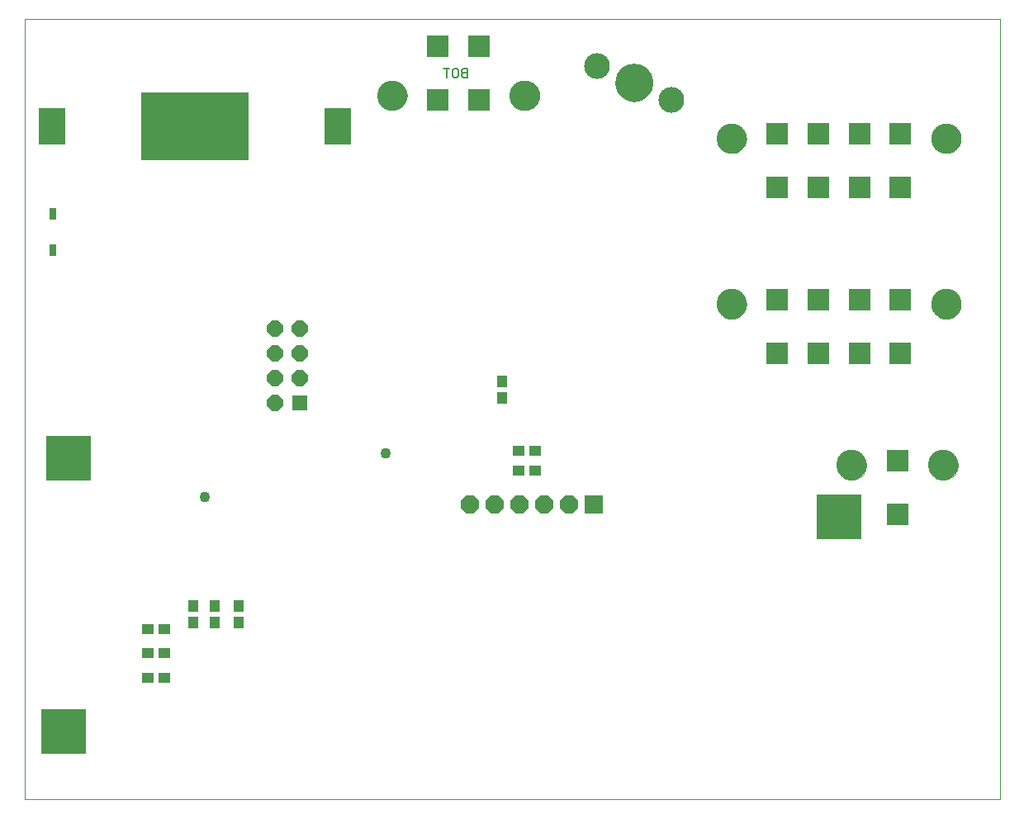
<source format=gbs>
G75*
G70*
%OFA0B0*%
%FSLAX24Y24*%
%IPPOS*%
%LPD*%
%AMOC8*
5,1,8,0,0,1.08239X$1,22.5*
%
%ADD10C,0.0000*%
%ADD11C,0.0050*%
%ADD12R,0.1064X0.1457*%
%ADD13R,0.4331X0.2756*%
%ADD14R,0.0316X0.0512*%
%ADD15R,0.0867X0.0867*%
%ADD16C,0.1221*%
%ADD17C,0.1040*%
%ADD18C,0.1528*%
%ADD19R,0.0434X0.0473*%
%ADD20OC8,0.0740*%
%ADD21R,0.0740X0.0740*%
%ADD22R,0.0473X0.0434*%
%ADD23R,0.0640X0.0640*%
%ADD24OC8,0.0640*%
%ADD25C,0.0434*%
%ADD26R,0.1818X0.1818*%
D10*
X002964Y004456D02*
X002964Y035952D01*
X042334Y035952D01*
X042334Y004456D01*
X002964Y004456D01*
X030916Y024452D02*
X030918Y024500D01*
X030924Y024548D01*
X030934Y024595D01*
X030947Y024641D01*
X030965Y024686D01*
X030985Y024730D01*
X031010Y024772D01*
X031038Y024811D01*
X031068Y024848D01*
X031102Y024882D01*
X031139Y024914D01*
X031177Y024943D01*
X031218Y024968D01*
X031261Y024990D01*
X031306Y025008D01*
X031352Y025022D01*
X031399Y025033D01*
X031447Y025040D01*
X031495Y025043D01*
X031543Y025042D01*
X031591Y025037D01*
X031639Y025028D01*
X031685Y025016D01*
X031730Y024999D01*
X031774Y024979D01*
X031816Y024956D01*
X031856Y024929D01*
X031894Y024899D01*
X031929Y024866D01*
X031961Y024830D01*
X031991Y024792D01*
X032017Y024751D01*
X032039Y024708D01*
X032059Y024664D01*
X032074Y024619D01*
X032086Y024572D01*
X032094Y024524D01*
X032098Y024476D01*
X032098Y024428D01*
X032094Y024380D01*
X032086Y024332D01*
X032074Y024285D01*
X032059Y024240D01*
X032039Y024196D01*
X032017Y024153D01*
X031991Y024112D01*
X031961Y024074D01*
X031929Y024038D01*
X031894Y024005D01*
X031856Y023975D01*
X031816Y023948D01*
X031774Y023925D01*
X031730Y023905D01*
X031685Y023888D01*
X031639Y023876D01*
X031591Y023867D01*
X031543Y023862D01*
X031495Y023861D01*
X031447Y023864D01*
X031399Y023871D01*
X031352Y023882D01*
X031306Y023896D01*
X031261Y023914D01*
X031218Y023936D01*
X031177Y023961D01*
X031139Y023990D01*
X031102Y024022D01*
X031068Y024056D01*
X031038Y024093D01*
X031010Y024132D01*
X030985Y024174D01*
X030965Y024218D01*
X030947Y024263D01*
X030934Y024309D01*
X030924Y024356D01*
X030918Y024404D01*
X030916Y024452D01*
X030916Y031145D02*
X030918Y031193D01*
X030924Y031241D01*
X030934Y031288D01*
X030947Y031334D01*
X030965Y031379D01*
X030985Y031423D01*
X031010Y031465D01*
X031038Y031504D01*
X031068Y031541D01*
X031102Y031575D01*
X031139Y031607D01*
X031177Y031636D01*
X031218Y031661D01*
X031261Y031683D01*
X031306Y031701D01*
X031352Y031715D01*
X031399Y031726D01*
X031447Y031733D01*
X031495Y031736D01*
X031543Y031735D01*
X031591Y031730D01*
X031639Y031721D01*
X031685Y031709D01*
X031730Y031692D01*
X031774Y031672D01*
X031816Y031649D01*
X031856Y031622D01*
X031894Y031592D01*
X031929Y031559D01*
X031961Y031523D01*
X031991Y031485D01*
X032017Y031444D01*
X032039Y031401D01*
X032059Y031357D01*
X032074Y031312D01*
X032086Y031265D01*
X032094Y031217D01*
X032098Y031169D01*
X032098Y031121D01*
X032094Y031073D01*
X032086Y031025D01*
X032074Y030978D01*
X032059Y030933D01*
X032039Y030889D01*
X032017Y030846D01*
X031991Y030805D01*
X031961Y030767D01*
X031929Y030731D01*
X031894Y030698D01*
X031856Y030668D01*
X031816Y030641D01*
X031774Y030618D01*
X031730Y030598D01*
X031685Y030581D01*
X031639Y030569D01*
X031591Y030560D01*
X031543Y030555D01*
X031495Y030554D01*
X031447Y030557D01*
X031399Y030564D01*
X031352Y030575D01*
X031306Y030589D01*
X031261Y030607D01*
X031218Y030629D01*
X031177Y030654D01*
X031139Y030683D01*
X031102Y030715D01*
X031068Y030749D01*
X031038Y030786D01*
X031010Y030825D01*
X030985Y030867D01*
X030965Y030911D01*
X030947Y030956D01*
X030934Y031002D01*
X030924Y031049D01*
X030918Y031097D01*
X030916Y031145D01*
X026826Y033393D02*
X026828Y033447D01*
X026834Y033501D01*
X026844Y033555D01*
X026858Y033607D01*
X026875Y033659D01*
X026896Y033709D01*
X026921Y033757D01*
X026950Y033804D01*
X026981Y033848D01*
X027016Y033889D01*
X027054Y033929D01*
X027094Y033965D01*
X027137Y033998D01*
X027182Y034028D01*
X027230Y034055D01*
X027279Y034078D01*
X027330Y034097D01*
X027382Y034113D01*
X027435Y034125D01*
X027489Y034133D01*
X027543Y034137D01*
X027597Y034137D01*
X027651Y034133D01*
X027705Y034125D01*
X027758Y034113D01*
X027810Y034097D01*
X027861Y034078D01*
X027910Y034055D01*
X027958Y034028D01*
X028003Y033998D01*
X028046Y033965D01*
X028086Y033929D01*
X028124Y033889D01*
X028159Y033848D01*
X028190Y033804D01*
X028219Y033757D01*
X028244Y033709D01*
X028265Y033659D01*
X028282Y033607D01*
X028296Y033555D01*
X028306Y033501D01*
X028312Y033447D01*
X028314Y033393D01*
X028312Y033339D01*
X028306Y033285D01*
X028296Y033231D01*
X028282Y033179D01*
X028265Y033127D01*
X028244Y033077D01*
X028219Y033029D01*
X028190Y032982D01*
X028159Y032938D01*
X028124Y032897D01*
X028086Y032857D01*
X028046Y032821D01*
X028003Y032788D01*
X027958Y032758D01*
X027910Y032731D01*
X027861Y032708D01*
X027810Y032689D01*
X027758Y032673D01*
X027705Y032661D01*
X027651Y032653D01*
X027597Y032649D01*
X027543Y032649D01*
X027489Y032653D01*
X027435Y032661D01*
X027382Y032673D01*
X027330Y032689D01*
X027279Y032708D01*
X027230Y032731D01*
X027182Y032758D01*
X027137Y032788D01*
X027094Y032821D01*
X027054Y032857D01*
X027016Y032897D01*
X026981Y032938D01*
X026950Y032982D01*
X026921Y033029D01*
X026896Y033077D01*
X026875Y033127D01*
X026858Y033179D01*
X026844Y033231D01*
X026834Y033285D01*
X026828Y033339D01*
X026826Y033393D01*
X022569Y032885D02*
X022571Y032933D01*
X022577Y032981D01*
X022587Y033028D01*
X022600Y033074D01*
X022618Y033119D01*
X022638Y033163D01*
X022663Y033205D01*
X022691Y033244D01*
X022721Y033281D01*
X022755Y033315D01*
X022792Y033347D01*
X022830Y033376D01*
X022871Y033401D01*
X022914Y033423D01*
X022959Y033441D01*
X023005Y033455D01*
X023052Y033466D01*
X023100Y033473D01*
X023148Y033476D01*
X023196Y033475D01*
X023244Y033470D01*
X023292Y033461D01*
X023338Y033449D01*
X023383Y033432D01*
X023427Y033412D01*
X023469Y033389D01*
X023509Y033362D01*
X023547Y033332D01*
X023582Y033299D01*
X023614Y033263D01*
X023644Y033225D01*
X023670Y033184D01*
X023692Y033141D01*
X023712Y033097D01*
X023727Y033052D01*
X023739Y033005D01*
X023747Y032957D01*
X023751Y032909D01*
X023751Y032861D01*
X023747Y032813D01*
X023739Y032765D01*
X023727Y032718D01*
X023712Y032673D01*
X023692Y032629D01*
X023670Y032586D01*
X023644Y032545D01*
X023614Y032507D01*
X023582Y032471D01*
X023547Y032438D01*
X023509Y032408D01*
X023469Y032381D01*
X023427Y032358D01*
X023383Y032338D01*
X023338Y032321D01*
X023292Y032309D01*
X023244Y032300D01*
X023196Y032295D01*
X023148Y032294D01*
X023100Y032297D01*
X023052Y032304D01*
X023005Y032315D01*
X022959Y032329D01*
X022914Y032347D01*
X022871Y032369D01*
X022830Y032394D01*
X022792Y032423D01*
X022755Y032455D01*
X022721Y032489D01*
X022691Y032526D01*
X022663Y032565D01*
X022638Y032607D01*
X022618Y032651D01*
X022600Y032696D01*
X022587Y032742D01*
X022577Y032789D01*
X022571Y032837D01*
X022569Y032885D01*
X017215Y032885D02*
X017217Y032933D01*
X017223Y032981D01*
X017233Y033028D01*
X017246Y033074D01*
X017264Y033119D01*
X017284Y033163D01*
X017309Y033205D01*
X017337Y033244D01*
X017367Y033281D01*
X017401Y033315D01*
X017438Y033347D01*
X017476Y033376D01*
X017517Y033401D01*
X017560Y033423D01*
X017605Y033441D01*
X017651Y033455D01*
X017698Y033466D01*
X017746Y033473D01*
X017794Y033476D01*
X017842Y033475D01*
X017890Y033470D01*
X017938Y033461D01*
X017984Y033449D01*
X018029Y033432D01*
X018073Y033412D01*
X018115Y033389D01*
X018155Y033362D01*
X018193Y033332D01*
X018228Y033299D01*
X018260Y033263D01*
X018290Y033225D01*
X018316Y033184D01*
X018338Y033141D01*
X018358Y033097D01*
X018373Y033052D01*
X018385Y033005D01*
X018393Y032957D01*
X018397Y032909D01*
X018397Y032861D01*
X018393Y032813D01*
X018385Y032765D01*
X018373Y032718D01*
X018358Y032673D01*
X018338Y032629D01*
X018316Y032586D01*
X018290Y032545D01*
X018260Y032507D01*
X018228Y032471D01*
X018193Y032438D01*
X018155Y032408D01*
X018115Y032381D01*
X018073Y032358D01*
X018029Y032338D01*
X017984Y032321D01*
X017938Y032309D01*
X017890Y032300D01*
X017842Y032295D01*
X017794Y032294D01*
X017746Y032297D01*
X017698Y032304D01*
X017651Y032315D01*
X017605Y032329D01*
X017560Y032347D01*
X017517Y032369D01*
X017476Y032394D01*
X017438Y032423D01*
X017401Y032455D01*
X017367Y032489D01*
X017337Y032526D01*
X017309Y032565D01*
X017284Y032607D01*
X017264Y032651D01*
X017246Y032696D01*
X017233Y032742D01*
X017223Y032789D01*
X017217Y032837D01*
X017215Y032885D01*
X035758Y017956D02*
X035760Y018004D01*
X035766Y018052D01*
X035776Y018099D01*
X035789Y018145D01*
X035807Y018190D01*
X035827Y018234D01*
X035852Y018276D01*
X035880Y018315D01*
X035910Y018352D01*
X035944Y018386D01*
X035981Y018418D01*
X036019Y018447D01*
X036060Y018472D01*
X036103Y018494D01*
X036148Y018512D01*
X036194Y018526D01*
X036241Y018537D01*
X036289Y018544D01*
X036337Y018547D01*
X036385Y018546D01*
X036433Y018541D01*
X036481Y018532D01*
X036527Y018520D01*
X036572Y018503D01*
X036616Y018483D01*
X036658Y018460D01*
X036698Y018433D01*
X036736Y018403D01*
X036771Y018370D01*
X036803Y018334D01*
X036833Y018296D01*
X036859Y018255D01*
X036881Y018212D01*
X036901Y018168D01*
X036916Y018123D01*
X036928Y018076D01*
X036936Y018028D01*
X036940Y017980D01*
X036940Y017932D01*
X036936Y017884D01*
X036928Y017836D01*
X036916Y017789D01*
X036901Y017744D01*
X036881Y017700D01*
X036859Y017657D01*
X036833Y017616D01*
X036803Y017578D01*
X036771Y017542D01*
X036736Y017509D01*
X036698Y017479D01*
X036658Y017452D01*
X036616Y017429D01*
X036572Y017409D01*
X036527Y017392D01*
X036481Y017380D01*
X036433Y017371D01*
X036385Y017366D01*
X036337Y017365D01*
X036289Y017368D01*
X036241Y017375D01*
X036194Y017386D01*
X036148Y017400D01*
X036103Y017418D01*
X036060Y017440D01*
X036019Y017465D01*
X035981Y017494D01*
X035944Y017526D01*
X035910Y017560D01*
X035880Y017597D01*
X035852Y017636D01*
X035827Y017678D01*
X035807Y017722D01*
X035789Y017767D01*
X035776Y017813D01*
X035766Y017860D01*
X035760Y017908D01*
X035758Y017956D01*
X039459Y017956D02*
X039461Y018004D01*
X039467Y018052D01*
X039477Y018099D01*
X039490Y018145D01*
X039508Y018190D01*
X039528Y018234D01*
X039553Y018276D01*
X039581Y018315D01*
X039611Y018352D01*
X039645Y018386D01*
X039682Y018418D01*
X039720Y018447D01*
X039761Y018472D01*
X039804Y018494D01*
X039849Y018512D01*
X039895Y018526D01*
X039942Y018537D01*
X039990Y018544D01*
X040038Y018547D01*
X040086Y018546D01*
X040134Y018541D01*
X040182Y018532D01*
X040228Y018520D01*
X040273Y018503D01*
X040317Y018483D01*
X040359Y018460D01*
X040399Y018433D01*
X040437Y018403D01*
X040472Y018370D01*
X040504Y018334D01*
X040534Y018296D01*
X040560Y018255D01*
X040582Y018212D01*
X040602Y018168D01*
X040617Y018123D01*
X040629Y018076D01*
X040637Y018028D01*
X040641Y017980D01*
X040641Y017932D01*
X040637Y017884D01*
X040629Y017836D01*
X040617Y017789D01*
X040602Y017744D01*
X040582Y017700D01*
X040560Y017657D01*
X040534Y017616D01*
X040504Y017578D01*
X040472Y017542D01*
X040437Y017509D01*
X040399Y017479D01*
X040359Y017452D01*
X040317Y017429D01*
X040273Y017409D01*
X040228Y017392D01*
X040182Y017380D01*
X040134Y017371D01*
X040086Y017366D01*
X040038Y017365D01*
X039990Y017368D01*
X039942Y017375D01*
X039895Y017386D01*
X039849Y017400D01*
X039804Y017418D01*
X039761Y017440D01*
X039720Y017465D01*
X039682Y017494D01*
X039645Y017526D01*
X039611Y017560D01*
X039581Y017597D01*
X039553Y017636D01*
X039528Y017678D01*
X039508Y017722D01*
X039490Y017767D01*
X039477Y017813D01*
X039467Y017860D01*
X039461Y017908D01*
X039459Y017956D01*
X039577Y024452D02*
X039579Y024500D01*
X039585Y024548D01*
X039595Y024595D01*
X039608Y024641D01*
X039626Y024686D01*
X039646Y024730D01*
X039671Y024772D01*
X039699Y024811D01*
X039729Y024848D01*
X039763Y024882D01*
X039800Y024914D01*
X039838Y024943D01*
X039879Y024968D01*
X039922Y024990D01*
X039967Y025008D01*
X040013Y025022D01*
X040060Y025033D01*
X040108Y025040D01*
X040156Y025043D01*
X040204Y025042D01*
X040252Y025037D01*
X040300Y025028D01*
X040346Y025016D01*
X040391Y024999D01*
X040435Y024979D01*
X040477Y024956D01*
X040517Y024929D01*
X040555Y024899D01*
X040590Y024866D01*
X040622Y024830D01*
X040652Y024792D01*
X040678Y024751D01*
X040700Y024708D01*
X040720Y024664D01*
X040735Y024619D01*
X040747Y024572D01*
X040755Y024524D01*
X040759Y024476D01*
X040759Y024428D01*
X040755Y024380D01*
X040747Y024332D01*
X040735Y024285D01*
X040720Y024240D01*
X040700Y024196D01*
X040678Y024153D01*
X040652Y024112D01*
X040622Y024074D01*
X040590Y024038D01*
X040555Y024005D01*
X040517Y023975D01*
X040477Y023948D01*
X040435Y023925D01*
X040391Y023905D01*
X040346Y023888D01*
X040300Y023876D01*
X040252Y023867D01*
X040204Y023862D01*
X040156Y023861D01*
X040108Y023864D01*
X040060Y023871D01*
X040013Y023882D01*
X039967Y023896D01*
X039922Y023914D01*
X039879Y023936D01*
X039838Y023961D01*
X039800Y023990D01*
X039763Y024022D01*
X039729Y024056D01*
X039699Y024093D01*
X039671Y024132D01*
X039646Y024174D01*
X039626Y024218D01*
X039608Y024263D01*
X039595Y024309D01*
X039585Y024356D01*
X039579Y024404D01*
X039577Y024452D01*
X039577Y031145D02*
X039579Y031193D01*
X039585Y031241D01*
X039595Y031288D01*
X039608Y031334D01*
X039626Y031379D01*
X039646Y031423D01*
X039671Y031465D01*
X039699Y031504D01*
X039729Y031541D01*
X039763Y031575D01*
X039800Y031607D01*
X039838Y031636D01*
X039879Y031661D01*
X039922Y031683D01*
X039967Y031701D01*
X040013Y031715D01*
X040060Y031726D01*
X040108Y031733D01*
X040156Y031736D01*
X040204Y031735D01*
X040252Y031730D01*
X040300Y031721D01*
X040346Y031709D01*
X040391Y031692D01*
X040435Y031672D01*
X040477Y031649D01*
X040517Y031622D01*
X040555Y031592D01*
X040590Y031559D01*
X040622Y031523D01*
X040652Y031485D01*
X040678Y031444D01*
X040700Y031401D01*
X040720Y031357D01*
X040735Y031312D01*
X040747Y031265D01*
X040755Y031217D01*
X040759Y031169D01*
X040759Y031121D01*
X040755Y031073D01*
X040747Y031025D01*
X040735Y030978D01*
X040720Y030933D01*
X040700Y030889D01*
X040678Y030846D01*
X040652Y030805D01*
X040622Y030767D01*
X040590Y030731D01*
X040555Y030698D01*
X040517Y030668D01*
X040477Y030641D01*
X040435Y030618D01*
X040391Y030598D01*
X040346Y030581D01*
X040300Y030569D01*
X040252Y030560D01*
X040204Y030555D01*
X040156Y030554D01*
X040108Y030557D01*
X040060Y030564D01*
X040013Y030575D01*
X039967Y030589D01*
X039922Y030607D01*
X039879Y030629D01*
X039838Y030654D01*
X039800Y030683D01*
X039763Y030715D01*
X039729Y030749D01*
X039699Y030786D01*
X039671Y030825D01*
X039646Y030867D01*
X039626Y030911D01*
X039608Y030956D01*
X039595Y031002D01*
X039585Y031049D01*
X039579Y031097D01*
X039577Y031145D01*
D11*
X020852Y033615D02*
X020677Y033615D01*
X020618Y033674D01*
X020618Y033732D01*
X020677Y033790D01*
X020852Y033790D01*
X020852Y033615D02*
X020852Y033965D01*
X020677Y033965D01*
X020618Y033907D01*
X020618Y033849D01*
X020677Y033790D01*
X020484Y033907D02*
X020484Y033674D01*
X020425Y033615D01*
X020309Y033615D01*
X020250Y033674D01*
X020250Y033907D01*
X020309Y033965D01*
X020425Y033965D01*
X020484Y033907D01*
X020115Y033965D02*
X019882Y033965D01*
X019999Y033965D02*
X019999Y033615D01*
D12*
X015621Y031622D03*
X004086Y031622D03*
D13*
X009853Y031622D03*
D14*
X004105Y028098D03*
X004105Y026641D03*
D15*
X019656Y032704D03*
X021310Y032704D03*
X021310Y034870D03*
X019656Y034870D03*
X033357Y031326D03*
X035011Y031326D03*
X036664Y031326D03*
X038318Y031326D03*
X038318Y029161D03*
X036664Y029161D03*
X035011Y029161D03*
X033357Y029161D03*
X033357Y024633D03*
X035011Y024633D03*
X036664Y024633D03*
X038318Y024633D03*
X038318Y022468D03*
X036664Y022468D03*
X035011Y022468D03*
X033357Y022468D03*
X038200Y018137D03*
X038200Y015972D03*
D16*
X040050Y017956D03*
X036349Y017956D03*
X040168Y024452D03*
X040168Y031145D03*
X031507Y031145D03*
X031507Y024452D03*
X023160Y032885D03*
X017806Y032885D03*
D17*
X026070Y034074D03*
X029070Y032712D03*
D18*
X027570Y033393D03*
D19*
X022255Y021326D03*
X022255Y020657D03*
X011625Y012271D03*
X011625Y011602D03*
X010641Y011602D03*
X010641Y012271D03*
X009775Y012271D03*
X009775Y011602D03*
D20*
X020936Y016366D03*
X021936Y016366D03*
X022936Y016366D03*
X023936Y016366D03*
X024936Y016366D03*
D21*
X025936Y016366D03*
D22*
X023574Y017724D03*
X022905Y017724D03*
X022905Y018531D03*
X023574Y018531D03*
X008613Y011346D03*
X007944Y011346D03*
X007944Y010362D03*
X008613Y010362D03*
X008613Y009378D03*
X007944Y009378D03*
D23*
X014094Y020476D03*
D24*
X013094Y020476D03*
X013094Y021476D03*
X014094Y021476D03*
X014094Y022476D03*
X013094Y022476D03*
X013094Y023476D03*
X014094Y023476D03*
D25*
X017531Y018433D03*
X010247Y016661D03*
D26*
X004735Y018236D03*
X004538Y007212D03*
X035838Y015874D03*
M02*

</source>
